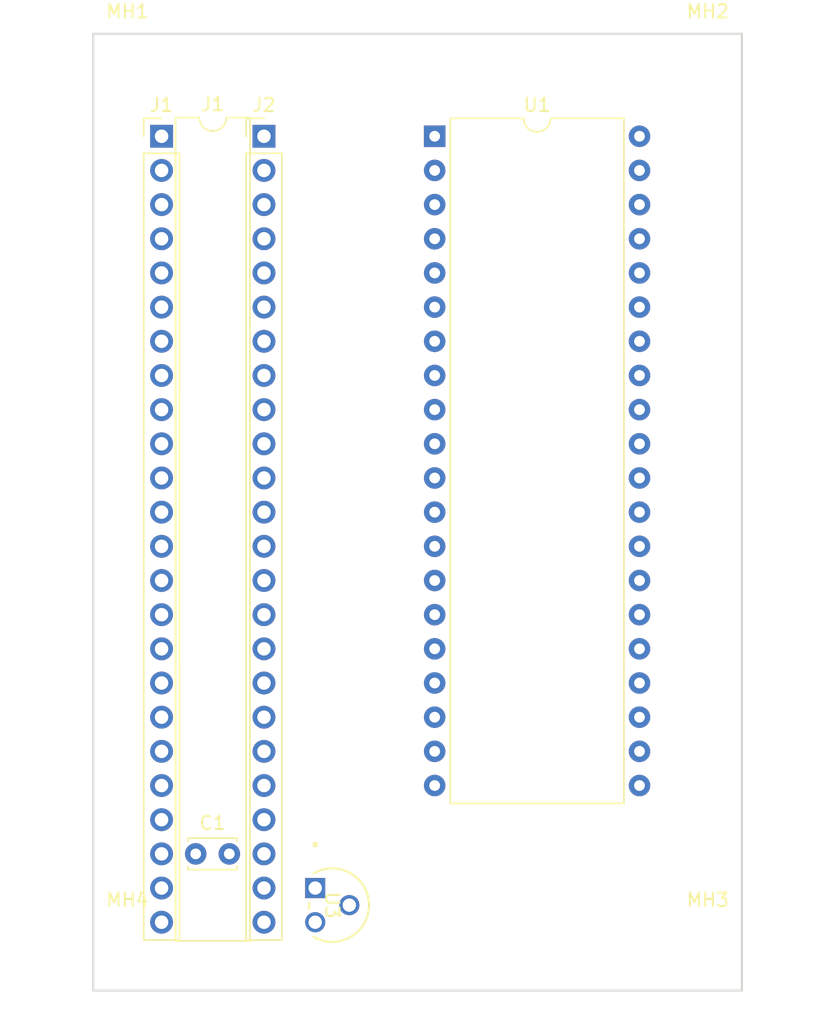
<source format=kicad_pcb>
(kicad_pcb (version 20221018) (generator pcbnew)
  (title_block (title "BionicMC6809E") (date "2024-03-16") (rev "4") (company "Tadashi G. Takaoka"))
  (layers (0 "F.Cu" signal) (31 "B.Cu" signal) (34 "B.Paste" user) (35 "F.Paste" user) (36 "B.SilkS" user "B.Silkscreen") (37 "F.SilkS" user "F.Silkscreen") (38 "B.Mask" user) (39 "F.Mask" user) (44 "Edge.Cuts" user))
  (net 0 "")
  (net 1 "VCC")
  (net 2 "GND")
  (net 3 "/P53")
  (net 5 "/P26")
  (net 7 "/P27")
  (net 8 "/P47")
  (net 9 "/P46")
  (net 12 "/P25")
  (net 13 "/P24")
  (net 14 "/P23")
  (net 15 "/P22")
  (net 16 "/P21")
  (net 17 "/P20")
  (net 18 "/P34")
  (net 20 "/P35")
  (net 21 "/P17")
  (net 22 "/P36")
  (net 23 "/P16")
  (net 25 "/P15")
  (net 26 "/P40")
  (net 27 "/P14")
  (net 28 "/P41")
  (net 29 "/P13")
  (net 30 "/P42")
  (net 31 "/P12")
  (net 32 "/P11")
  (net 33 "/P44")
  (net 34 "/P10")
  (net 35 "/P45")
  (net 36 "/P33")
  (net 37 "/P32")
  (net 38 "/P31")
  (net 39 "/P30")
  (net 40 "/P51")
  (net 41 "/P55")
  (net 42 "/P43")
  (net 43 "/P37")
  (net 44 "/P52")
  (net 45 "/P54")
  (net 46 "/P50")
  (net 48 "Net-(J2-P57)")
  (footprint "MountingHole:MountingHole_3.2mm_M3" (layer "F.Cu") (at 101 70)
    (fp_text reference "MH1" (at 0 -4.2) (layer "F.SilkS"))
    (fp_text value "MountingHole_3.2mm_M3" hide)
    (pad "" np_thru_hole circle (at 0 0) (size 3.2 3.2) (drill 3.2) (layers "*.Cu" "*.Mask"))
  )
  (footprint "MountingHole:MountingHole_3.2mm_M3" (layer "F.Cu") (at 144.18 70)
    (fp_text reference "MH2" (at 0 -4.2) (layer "F.SilkS"))
    (fp_text value "MountingHole_3.2mm_M3")
    (pad "" np_thru_hole circle (at 0 0) (size 3.2 3.2) (drill 3.2) (layers "*.Cu" "*.Mask"))
  )
  (footprint "MountingHole:MountingHole_3.2mm_M3" (layer "F.Cu") (at 144.18 136.04)
    (fp_text reference "MH3" (at 0 -4.2) (layer "F.SilkS"))
    (fp_text value "MountingHole_3.2mm_M3")
    (pad "" np_thru_hole circle (at 0 0) (size 3.2 3.2) (drill 3.2) (layers "*.Cu" "*.Mask"))
  )
  (footprint "MountingHole:MountingHole_3.2mm_M3" (layer "F.Cu") (at 101 136.04)
    (fp_text reference "MH4" (at 0 -4.2) (layer "F.SilkS"))
    (fp_text value "MountingHole_3.2mm_M3")
    (pad "" np_thru_hole circle (at 0 0) (size 3.2 3.2) (drill 3.2) (layers "*.Cu" "*.Mask"))
  )
  (footprint "Capacitor_THT:C_Disc_D3.4mm_W2.1mm_P2.50mm" (layer "F.Cu") (at 106.08 128.42)
    (fp_text reference "C1" (at 1.25 -2.3) (layer "F.SilkS"))
    (fp_text value "0.1u")
    (fp_line (start -0.57 -1.17) (end -0.57 -0.925) (stroke (width 0.12)) (layer "F.SilkS"))
    (fp_line (start -0.57 -1.17) (end 3.07 -1.17) (stroke (width 0.12)) (layer "F.SilkS"))
    (fp_line (start -0.57 0.925) (end -0.57 1.17) (stroke (width 0.12)) (layer "F.SilkS"))
    (fp_line (start -0.57 1.17) (end 3.07 1.17) (stroke (width 0.12)) (layer "F.SilkS"))
    (fp_line (start 3.07 -1.17) (end 3.07 -0.925) (stroke (width 0.12)) (layer "F.SilkS"))
    (fp_line (start 3.07 0.925) (end 3.07 1.17) (stroke (width 0.12)) (layer "F.SilkS"))
    (pad "1" thru_hole circle (at 0 0) (size 1.6 1.6) (drill 0.8) (layers "*.Cu" "*.Mask") (net 1 "VCC"))
    (pad "2" thru_hole circle (at 2.5 0) (size 1.6 1.6) (drill 0.8) (layers "*.Cu" "*.Mask") (net 2 "GND"))
  )
  (footprint "0-LocalLibrary:DIP-48_W7.62mm" (layer "F.Cu") (at 103.54 75.08)
    (fp_text reference "J1" (at 3.81 -2.39) (layer "F.SilkS"))
    (fp_text value "BionicConnector")
    (fp_line (start 1.04 -1.39) (end 1.04 39.49) (stroke (width 0.12)) (layer "F.SilkS"))
    (fp_line (start 1.04 18.93) (end 1.04 59.81) (stroke (width 0.12)) (layer "F.SilkS"))
    (fp_line (start 1.04 59.81) (end 6.58 59.81) (stroke (width 0.12)) (layer "F.SilkS"))
    (fp_line (start 2.81 -1.39) (end 1.04 -1.39) (stroke (width 0.12)) (layer "F.SilkS"))
    (fp_line (start 6.58 -1.39) (end 4.81 -1.39) (stroke (width 0.12)) (layer "F.SilkS"))
    (fp_line (start 6.58 39.49) (end 6.58 -1.39) (stroke (width 0.12)) (layer "F.SilkS"))
    (fp_line (start 6.58 59.81) (end 6.58 18.93) (stroke (width 0.12)) (layer "F.SilkS"))
    (fp_arc (start 4.81 -1.39) (mid 3.81 -0.39) (end 2.81 -1.39) (stroke (width 0.12)) (layer "F.SilkS"))
    (pad "1" thru_hole rect (at 0 0) (size 1.6 1.6) (drill 0.8) (layers "*.Cu" "*.Mask") (net 2 "GND"))
    (pad "2" thru_hole oval (at 0 2.54) (size 1.6 1.6) (drill 0.8) (layers "*.Cu" "*.Mask") (net 34 "/P10"))
    (pad "3" thru_hole oval (at 0 5.08) (size 1.6 1.6) (drill 0.8) (layers "*.Cu" "*.Mask") (net 32 "/P11"))
    (pad "4" thru_hole oval (at 0 7.62) (size 1.6 1.6) (drill 0.8) (layers "*.Cu" "*.Mask") (net 31 "/P12"))
    (pad "5" thru_hole oval (at 0 10.16) (size 1.6 1.6) (drill 0.8) (layers "*.Cu" "*.Mask") (net 29 "/P13"))
    (pad "6" thru_hole oval (at 0 12.7) (size 1.6 1.6) (drill 0.8) (layers "*.Cu" "*.Mask") (net 27 "/P14"))
    (pad "7" thru_hole oval (at 0 15.24) (size 1.6 1.6) (drill 0.8) (layers "*.Cu" "*.Mask") (net 25 "/P15"))
    (pad "8" thru_hole oval (at 0 17.78) (size 1.6 1.6) (drill 0.8) (layers "*.Cu" "*.Mask") (net 23 "/P16"))
    (pad "9" thru_hole oval (at 0 20.32) (size 1.6 1.6) (drill 0.8) (layers "*.Cu" "*.Mask") (net 21 "/P17"))
    (pad "10" thru_hole oval (at 0 22.86) (size 1.6 1.6) (drill 0.8) (layers "*.Cu" "*.Mask"))
    (pad "11" thru_hole oval (at 0 25.4) (size 1.6 1.6) (drill 0.8) (layers "*.Cu" "*.Mask") (net 39 "/P30"))
    (pad "12" thru_hole oval (at 0 27.94) (size 1.6 1.6) (drill 0.8) (layers "*.Cu" "*.Mask") (net 38 "/P31"))
    (pad "13" thru_hole oval (at 0 30.48) (size 1.6 1.6) (drill 0.8) (layers "*.Cu" "*.Mask") (net 37 "/P32"))
    (pad "14" thru_hole oval (at 0 33.02) (size 1.6 1.6) (drill 0.8) (layers "*.Cu" "*.Mask") (net 36 "/P33"))
    (pad "15" thru_hole oval (at 0 35.56) (size 1.6 1.6) (drill 0.8) (layers "*.Cu" "*.Mask") (net 18 "/P34"))
    (pad "16" thru_hole oval (at 0 38.1) (size 1.6 1.6) (drill 0.8) (layers "*.Cu" "*.Mask") (net 20 "/P35"))
    (pad "17" thru_hole oval (at 0 40.64) (size 1.6 1.6) (drill 0.8) (layers "*.Cu" "*.Mask") (net 22 "/P36"))
    (pad "18" thru_hole oval (at 0 43.18) (size 1.6 1.6) (drill 0.8) (layers "*.Cu" "*.Mask") (net 43 "/P37"))
    (pad "19" thru_hole oval (at 0 45.72) (size 1.6 1.6) (drill 0.8) (layers "*.Cu" "*.Mask"))
    (pad "20" thru_hole oval (at 0 48.26) (size 1.6 1.6) (drill 0.8) (layers "*.Cu" "*.Mask") (net 46 "/P50"))
    (pad "21" thru_hole oval (at 0 50.8) (size 1.6 1.6) (drill 0.8) (layers "*.Cu" "*.Mask") (net 40 "/P51"))
    (pad "22" thru_hole oval (at 0 53.34) (size 1.6 1.6) (drill 0.8) (layers "*.Cu" "*.Mask") (net 44 "/P52"))
    (pad "23" thru_hole oval (at 0 55.88) (size 1.6 1.6) (drill 0.8) (layers "*.Cu" "*.Mask") (net 3 "/P53"))
    (pad "24" thru_hole oval (at 0 58.42) (size 1.6 1.6) (drill 0.8) (layers "*.Cu" "*.Mask") (net 1 "VCC"))
    (pad "25" thru_hole oval (at 7.62 58.42) (size 1.6 1.6) (drill 0.8) (layers "*.Cu" "*.Mask") (net 1 "VCC"))
    (pad "26" thru_hole oval (at 7.62 55.88) (size 1.6 1.6) (drill 0.8) (layers "*.Cu" "*.Mask"))
    (pad "27" thru_hole oval (at 7.62 53.34) (size 1.6 1.6) (drill 0.8) (layers "*.Cu" "*.Mask"))
    (pad "28" thru_hole oval (at 7.62 50.8) (size 1.6 1.6) (drill 0.8) (layers "*.Cu" "*.Mask") (net 41 "/P55"))
    (pad "29" thru_hole oval (at 7.62 48.26) (size 1.6 1.6) (drill 0.8) (layers "*.Cu" "*.Mask") (net 45 "/P54"))
    (pad "30" thru_hole oval (at 7.62 45.72) (size 1.6 1.6) (drill 0.8) (layers "*.Cu" "*.Mask"))
    (pad "31" thru_hole oval (at 7.62 43.18) (size 1.6 1.6) (drill 0.8) (layers "*.Cu" "*.Mask") (net 8 "/P47"))
    (pad "32" thru_hole oval (at 7.62 40.64) (size 1.6 1.6) (drill 0.8) (layers "*.Cu" "*.Mask") (net 9 "/P46"))
    (pad "33" thru_hole oval (at 7.62 38.1) (size 1.6 1.6) (drill 0.8) (layers "*.Cu" "*.Mask") (net 35 "/P45"))
    (pad "34" thru_hole oval (at 7.62 35.56) (size 1.6 1.6) (drill 0.8) (layers "*.Cu" "*.Mask") (net 33 "/P44"))
    (pad "35" thru_hole oval (at 7.62 33.02) (size 1.6 1.6) (drill 0.8) (layers "*.Cu" "*.Mask") (net 42 "/P43"))
    (pad "36" thru_hole oval (at 7.62 30.48) (size 1.6 1.6) (drill 0.8) (layers "*.Cu" "*.Mask") (net 30 "/P42"))
    (pad "37" thru_hole oval (at 7.62 27.94) (size 1.6 1.6) (drill 0.8) (layers "*.Cu" "*.Mask") (net 28 "/P41"))
    (pad "38" thru_hole oval (at 7.62 25.4) (size 1.6 1.6) (drill 0.8) (layers "*.Cu" "*.Mask") (net 26 "/P40"))
    (pad "39" thru_hole oval (at 7.62 22.86) (size 1.6 1.6) (drill 0.8) (layers "*.Cu" "*.Mask"))
    (pad "40" thru_hole oval (at 7.62 20.32) (size 1.6 1.6) (drill 0.8) (layers "*.Cu" "*.Mask") (net 7 "/P27"))
    (pad "41" thru_hole oval (at 7.62 17.78) (size 1.6 1.6) (drill 0.8) (layers "*.Cu" "*.Mask") (net 5 "/P26"))
    (pad "42" thru_hole oval (at 7.62 15.24) (size 1.6 1.6) (drill 0.8) (layers "*.Cu" "*.Mask") (net 12 "/P25"))
    (pad "43" thru_hole oval (at 7.62 12.7) (size 1.6 1.6) (drill 0.8) (layers "*.Cu" "*.Mask") (net 13 "/P24"))
    (pad "44" thru_hole oval (at 7.62 10.16) (size 1.6 1.6) (drill 0.8) (layers "*.Cu" "*.Mask") (net 14 "/P23"))
    (pad "45" thru_hole oval (at 7.62 7.62) (size 1.6 1.6) (drill 0.8) (layers "*.Cu" "*.Mask") (net 15 "/P22"))
    (pad "46" thru_hole oval (at 7.62 5.08) (size 1.6 1.6) (drill 0.8) (layers "*.Cu" "*.Mask") (net 16 "/P21"))
    (pad "47" thru_hole oval (at 7.62 2.54) (size 1.6 1.6) (drill 0.8) (layers "*.Cu" "*.Mask") (net 17 "/P20"))
    (pad "48" thru_hole oval (at 7.62 0) (size 1.6 1.6) (drill 0.8) (layers "*.Cu" "*.Mask") (net 2 "GND"))
  )
  (footprint "Package_DIP:DIP-40_W15.24mm" (layer "F.Cu") (at 123.86 75.08)
    (fp_text reference "U1" (at 7.62 -2.33) (layer "F.SilkS"))
    (fp_text value "MC6809EP")
    (fp_line (start 1.16 -1.33) (end 1.16 49.59) (stroke (width 0.12)) (layer "F.SilkS"))
    (fp_line (start 1.16 49.59) (end 14.08 49.59) (stroke (width 0.12)) (layer "F.SilkS"))
    (fp_line (start 6.62 -1.33) (end 1.16 -1.33) (stroke (width 0.12)) (layer "F.SilkS"))
    (fp_line (start 14.08 -1.33) (end 8.62 -1.33) (stroke (width 0.12)) (layer "F.SilkS"))
    (fp_line (start 14.08 49.59) (end 14.08 -1.33) (stroke (width 0.12)) (layer "F.SilkS"))
    (fp_arc (start 8.62 -1.33) (mid 7.62 -0.33) (end 6.62 -1.33) (stroke (width 0.12)) (layer "F.SilkS"))
    (pad "1" thru_hole rect (at 0 0) (size 1.6 1.6) (drill 0.8) (layers "*.Cu" "*.Mask") (net 2 "GND"))
    (pad "2" thru_hole oval (at 0 2.54) (size 1.6 1.6) (drill 0.8) (layers "*.Cu" "*.Mask") (net 42 "/P43"))
    (pad "3" thru_hole oval (at 0 5.08) (size 1.6 1.6) (drill 0.8) (layers "*.Cu" "*.Mask") (net 30 "/P42"))
    (pad "4" thru_hole oval (at 0 7.62) (size 1.6 1.6) (drill 0.8) (layers "*.Cu" "*.Mask") (net 35 "/P45"))
    (pad "5" thru_hole oval (at 0 10.16) (size 1.6 1.6) (drill 0.8) (layers "*.Cu" "*.Mask") (net 40 "/P51"))
    (pad "6" thru_hole oval (at 0 12.7) (size 1.6 1.6) (drill 0.8) (layers "*.Cu" "*.Mask") (net 41 "/P55"))
    (pad "7" thru_hole oval (at 0 15.24) (size 1.6 1.6) (drill 0.8) (layers "*.Cu" "*.Mask") (net 1 "VCC"))
    (pad "8" thru_hole oval (at 0 17.78) (size 1.6 1.6) (drill 0.8) (layers "*.Cu" "*.Mask") (net 17 "/P20"))
    (pad "9" thru_hole oval (at 0 20.32) (size 1.6 1.6) (drill 0.8) (layers "*.Cu" "*.Mask") (net 16 "/P21"))
    (pad "10" thru_hole oval (at 0 22.86) (size 1.6 1.6) (drill 0.8) (layers "*.Cu" "*.Mask") (net 15 "/P22"))
    (pad "11" thru_hole oval (at 0 25.4) (size 1.6 1.6) (drill 0.8) (layers "*.Cu" "*.Mask") (net 14 "/P23"))
    (pad "12" thru_hole oval (at 0 27.94) (size 1.6 1.6) (drill 0.8) (layers "*.Cu" "*.Mask") (net 13 "/P24"))
    (pad "13" thru_hole oval (at 0 30.48) (size 1.6 1.6) (drill 0.8) (layers "*.Cu" "*.Mask") (net 12 "/P25"))
    (pad "14" thru_hole oval (at 0 33.02) (size 1.6 1.6) (drill 0.8) (layers "*.Cu" "*.Mask") (net 5 "/P26"))
    (pad "15" thru_hole oval (at 0 35.56) (size 1.6 1.6) (drill 0.8) (layers "*.Cu" "*.Mask") (net 7 "/P27"))
    (pad "16" thru_hole oval (at 0 38.1) (size 1.6 1.6) (drill 0.8) (layers "*.Cu" "*.Mask") (net 39 "/P30"))
    (pad "17" thru_hole oval (at 0 40.64) (size 1.6 1.6) (drill 0.8) (layers "*.Cu" "*.Mask") (net 38 "/P31"))
    (pad "18" thru_hole oval (at 0 43.18) (size 1.6 1.6) (drill 0.8) (layers "*.Cu" "*.Mask") (net 37 "/P32"))
    (pad "19" thru_hole oval (at 0 45.72) (size 1.6 1.6) (drill 0.8) (layers "*.Cu" "*.Mask") (net 36 "/P33"))
    (pad "20" thru_hole oval (at 0 48.26) (size 1.6 1.6) (drill 0.8) (layers "*.Cu" "*.Mask") (net 18 "/P34"))
    (pad "21" thru_hole oval (at 15.24 48.26) (size 1.6 1.6) (drill 0.8) (layers "*.Cu" "*.Mask") (net 20 "/P35"))
    (pad "22" thru_hole oval (at 15.24 45.72) (size 1.6 1.6) (drill 0.8) (layers "*.Cu" "*.Mask") (net 22 "/P36"))
    (pad "23" thru_hole oval (at 15.24 43.18) (size 1.6 1.6) (drill 0.8) (layers "*.Cu" "*.Mask") (net 43 "/P37"))
    (pad "24" thru_hole oval (at 15.24 40.64) (size 1.6 1.6) (drill 0.8) (layers "*.Cu" "*.Mask") (net 21 "/P17"))
    (pad "25" thru_hole oval (at 15.24 38.1) (size 1.6 1.6) (drill 0.8) (layers "*.Cu" "*.Mask") (net 23 "/P16"))
    (pad "26" thru_hole oval (at 15.24 35.56) (size 1.6 1.6) (drill 0.8) (layers "*.Cu" "*.Mask") (net 25 "/P15"))
    (pad "27" thru_hole oval (at 15.24 33.02) (size 1.6 1.6) (drill 0.8) (layers "*.Cu" "*.Mask") (net 27 "/P14"))
    (pad "28" thru_hole oval (at 15.24 30.48) (size 1.6 1.6) (drill 0.8) (layers "*.Cu" "*.Mask") (net 29 "/P13"))
    (pad "29" thru_hole oval (at 15.24 27.94) (size 1.6 1.6) (drill 0.8) (layers "*.Cu" "*.Mask") (net 31 "/P12"))
    (pad "30" thru_hole oval (at 15.24 25.4) (size 1.6 1.6) (drill 0.8) (layers "*.Cu" "*.Mask") (net 32 "/P11"))
    (pad "31" thru_hole oval (at 15.24 22.86) (size 1.6 1.6) (drill 0.8) (layers "*.Cu" "*.Mask") (net 34 "/P10"))
    (pad "32" thru_hole oval (at 15.24 20.32) (size 1.6 1.6) (drill 0.8) (layers "*.Cu" "*.Mask") (net 28 "/P41"))
    (pad "33" thru_hole oval (at 15.24 17.78) (size 1.6 1.6) (drill 0.8) (layers "*.Cu" "*.Mask") (net 33 "/P44"))
    (pad "34" thru_hole oval (at 15.24 15.24) (size 1.6 1.6) (drill 0.8) (layers "*.Cu" "*.Mask") (net 9 "/P46"))
    (pad "35" thru_hole oval (at 15.24 12.7) (size 1.6 1.6) (drill 0.8) (layers "*.Cu" "*.Mask") (net 8 "/P47"))
    (pad "36" thru_hole oval (at 15.24 10.16) (size 1.6 1.6) (drill 0.8) (layers "*.Cu" "*.Mask") (net 46 "/P50"))
    (pad "37" thru_hole oval (at 15.24 7.62) (size 1.6 1.6) (drill 0.8) (layers "*.Cu" "*.Mask") (net 3 "/P53"))
    (pad "38" thru_hole oval (at 15.24 5.08) (size 1.6 1.6) (drill 0.8) (layers "*.Cu" "*.Mask") (net 44 "/P52"))
    (pad "39" thru_hole oval (at 15.24 2.54) (size 1.6 1.6) (drill 0.8) (layers "*.Cu" "*.Mask") (net 45 "/P54"))
    (pad "40" thru_hole oval (at 15.24 0) (size 1.6 1.6) (drill 0.8) (layers "*.Cu" "*.Mask") (net 26 "/P40"))
  )
  (footprint "connector:Bionic-P245_Vertical" (layer "F.Cu") (at 111.16 75.08)
    (fp_text reference "J2" (at 0 -2.33) (layer "F.SilkS"))
    (fp_text value "Bionic-P245")
    (fp_line (start -1.33 -1.33) (end 0 -1.33) (stroke (width 0.12)) (layer "F.SilkS"))
    (fp_line (start -1.33 0) (end -1.33 -1.33) (stroke (width 0.12)) (layer "F.SilkS"))
    (fp_line (start -1.33 1.27) (end -1.33 59.75) (stroke (width 0.12)) (layer "F.SilkS"))
    (fp_line (start -1.33 1.27) (end 1.33 1.27) (stroke (width 0.12)) (layer "F.SilkS"))
    (fp_line (start -1.33 59.75) (end 1.33 59.75) (stroke (width 0.12)) (layer "F.SilkS"))
    (fp_line (start 1.33 1.27) (end 1.33 59.75) (stroke (width 0.12)) (layer "F.SilkS"))
    (pad "25" thru_hole oval (at 0 58.42) (size 1.7 1.7) (drill 1) (layers "*.Cu" "*.Mask") (net 1 "VCC"))
    (pad "26" thru_hole oval (at 0 55.88) (size 1.7 1.7) (drill 1) (layers "*.Cu" "*.Mask") (net 48 "Net-(J2-P57)"))
    (pad "27" thru_hole oval (at 0 53.34) (size 1.7 1.7) (drill 1) (layers "*.Cu" "*.Mask"))
    (pad "28" thru_hole oval (at 0 50.8) (size 1.7 1.7) (drill 1) (layers "*.Cu" "*.Mask") (net 41 "/P55"))
    (pad "29" thru_hole oval (at 0 48.26) (size 1.7 1.7) (drill 1) (layers "*.Cu" "*.Mask") (net 45 "/P54"))
    (pad "30" thru_hole oval (at 0 45.72) (size 1.7 1.7) (drill 1) (layers "*.Cu" "*.Mask"))
    (pad "31" thru_hole oval (at 0 43.18) (size 1.7 1.7) (drill 1) (layers "*.Cu" "*.Mask") (net 8 "/P47"))
    (pad "32" thru_hole oval (at 0 40.64) (size 1.7 1.7) (drill 1) (layers "*.Cu" "*.Mask") (net 9 "/P46"))
    (pad "33" thru_hole oval (at 0 38.1) (size 1.7 1.7) (drill 1) (layers "*.Cu" "*.Mask") (net 35 "/P45"))
    (pad "34" thru_hole oval (at 0 35.56) (size 1.7 1.7) (drill 1) (layers "*.Cu" "*.Mask") (net 33 "/P44"))
    (pad "35" thru_hole oval (at 0 33.02) (size 1.7 1.7) (drill 1) (layers "*.Cu" "*.Mask") (net 42 "/P43"))
    (pad "36" thru_hole oval (at 0 30.48) (size 1.7 1.7) (drill 1) (layers "*.Cu" "*.Mask") (net 30 "/P42"))
    (pad "37" thru_hole oval (at 0 27.94) (size 1.7 1.7) (drill 1) (layers "*.Cu" "*.Mask") (net 28 "/P41"))
    (pad "38" thru_hole oval (at 0 25.4) (size 1.7 1.7) (drill 1) (layers "*.Cu" "*.Mask") (net 26 "/P40"))
    (pad "39" thru_hole oval (at 0 22.86) (size 1.7 1.7) (drill 1) (layers "*.Cu" "*.Mask"))
    (pad "40" thru_hole oval (at 0 20.32) (size 1.7 1.7) (drill 1) (layers "*.Cu" "*.Mask") (net 7 "/P27"))
    (pad "41" thru_hole oval (at 0 17.78) (size 1.7 1.7) (drill 1) (layers "*.Cu" "*.Mask") (net 5 "/P26"))
    (pad "42" thru_hole oval (at 0 15.24) (size 1.7 1.7) (drill 1) (layers "*.Cu" "*.Mask") (net 12 "/P25"))
    (pad "43" thru_hole oval (at 0 12.7) (size 1.7 1.7) (drill 1) (layers "*.Cu" "*.Mask") (net 13 "/P24"))
    (pad "44" thru_hole oval (at 0 10.16) (size 1.7 1.7) (drill 1) (layers "*.Cu" "*.Mask") (net 14 "/P23"))
    (pad "45" thru_hole oval (at 0 7.62) (size 1.7 1.7) (drill 1) (layers "*.Cu" "*.Mask") (net 15 "/P22"))
    (pad "46" thru_hole oval (at 0 5.08) (size 1.7 1.7) (drill 1) (layers "*.Cu" "*.Mask") (net 16 "/P21"))
    (pad "47" thru_hole oval (at 0 2.54) (size 1.7 1.7) (drill 1) (layers "*.Cu" "*.Mask") (net 17 "/P20"))
    (pad "48" thru_hole rect (at 0 0) (size 1.7 1.7) (drill 1) (layers "*.Cu" "*.Mask") (net 2 "GND"))
  )
  (footprint "microchip:TO-92_MC_MCH" (layer "F.Cu") (at 114.97 130.96 -90)
    (fp_text reference "U3" (at 1.27 -1.27 -90 unlocked) (layer "F.SilkS"))
    (fp_text value "11AA010-I/TO")
    (fp_line (start 1.08204 0.4445) (end 1.553476 0.4445) (stroke (width 0.1524)) (layer "F.SilkS"))
    (fp_arc (start -1.08204 0.116917) (mid 0.551186 -3.904186) (end 4.0005 -1.27) (stroke (width 0.1524)) (layer "F.SilkS"))
    (fp_arc (start 4.0005 -1.269999) (mid 3.90215 -0.543764) (end 3.614184 0.130155) (stroke (width 0.1524)) (layer "F.SilkS"))
    (fp_circle (center -3.2385 0) (end -3.1115 0) (stroke (width 0.1524)) (fill none) (layer "F.SilkS"))
    (pad "1" thru_hole rect (at 0 0 270) (size 1.4986 1.4986) (drill 0.9906) (layers "*.Cu" "*.Mask") (net 2 "GND"))
    (pad "2" thru_hole circle (at 1.27 -2.54 270) (size 1.4986 1.4986) (drill 0.9906) (layers "*.Cu" "*.Mask") (net 48 "Net-(J2-P57)"))
    (pad "3" thru_hole circle (at 2.54 0 270) (size 1.4986 1.4986) (drill 0.9906) (layers "*.Cu" "*.Mask") (net 1 "VCC"))
  )
  (footprint "connector:Bionic-P135_Vertical" (layer "F.Cu") (at 103.54 75.08)
    (fp_text reference "J1" (at 0 -2.33) (layer "F.SilkS"))
    (fp_text value "Bionic-P135")
    (fp_line (start -1.33 -1.33) (end 0 -1.33) (stroke (width 0.12)) (layer "F.SilkS"))
    (fp_line (start -1.33 0) (end -1.33 -1.33) (stroke (width 0.12)) (layer "F.SilkS"))
    (fp_line (start -1.33 1.27) (end -1.33 59.75) (stroke (width 0.12)) (layer "F.SilkS"))
    (fp_line (start -1.33 1.27) (end 1.33 1.27) (stroke (width 0.12)) (layer "F.SilkS"))
    (fp_line (start -1.33 59.75) (end 1.33 59.75) (stroke (width 0.12)) (layer "F.SilkS"))
    (fp_line (start 1.33 1.27) (end 1.33 59.75) (stroke (width 0.12)) (layer "F.SilkS"))
    (pad "1" thru_hole rect (at 0 0) (size 1.7 1.7) (drill 1) (layers "*.Cu" "*.Mask") (net 2 "GND"))
    (pad "2" thru_hole oval (at 0 2.54) (size 1.7 1.7) (drill 1) (layers "*.Cu" "*.Mask") (net 34 "/P10"))
    (pad "3" thru_hole oval (at 0 5.08) (size 1.7 1.7) (drill 1) (layers "*.Cu" "*.Mask") (net 32 "/P11"))
    (pad "4" thru_hole oval (at 0 7.62) (size 1.7 1.7) (drill 1) (layers "*.Cu" "*.Mask") (net 31 "/P12"))
    (pad "5" thru_hole oval (at 0 10.16) (size 1.7 1.7) (drill 1) (layers "*.Cu" "*.Mask") (net 29 "/P13"))
    (pad "6" thru_hole oval (at 0 12.7) (size 1.7 1.7) (drill 1) (layers "*.Cu" "*.Mask") (net 27 "/P14"))
    (pad "7" thru_hole oval (at 0 15.24) (size 1.7 1.7) (drill 1) (layers "*.Cu" "*.Mask") (net 25 "/P15"))
    (pad "8" thru_hole oval (at 0 17.78) (size 1.7 1.7) (drill 1) (layers "*.Cu" "*.Mask") (net 23 "/P16"))
    (pad "9" thru_hole oval (at 0 20.32) (size 1.7 1.7) (drill 1) (layers "*.Cu" "*.Mask") (net 21 "/P17"))
    (pad "10" thru_hole oval (at 0 22.86) (size 1.7 1.7) (drill 1) (layers "*.Cu" "*.Mask"))
    (pad "11" thru_hole oval (at 0 25.4) (size 1.7 1.7) (drill 1) (layers "*.Cu" "*.Mask") (net 39 "/P30"))
    (pad "12" thru_hole oval (at 0 27.94) (size 1.7 1.7) (drill 1) (layers "*.Cu" "*.Mask") (net 38 "/P31"))
    (pad "13" thru_hole oval (at 0 30.48) (size 1.7 1.7) (drill 1) (layers "*.Cu" "*.Mask") (net 37 "/P32"))
    (pad "14" thru_hole oval (at 0 33.02) (size 1.7 1.7) (drill 1) (layers "*.Cu" "*.Mask") (net 36 "/P33"))
    (pad "15" thru_hole oval (at 0 35.56) (size 1.7 1.7) (drill 1) (layers "*.Cu" "*.Mask") (net 18 "/P34"))
    (pad "16" thru_hole oval (at 0 38.1) (size 1.7 1.7) (drill 1) (layers "*.Cu" "*.Mask") (net 20 "/P35"))
    (pad "17" thru_hole oval (at 0 40.64) (size 1.7 1.7) (drill 1) (layers "*.Cu" "*.Mask") (net 22 "/P36"))
    (pad "18" thru_hole oval (at 0 43.18) (size 1.7 1.7) (drill 1) (layers "*.Cu" "*.Mask") (net 43 "/P37"))
    (pad "19" thru_hole oval (at 0 45.72) (size 1.7 1.7) (drill 1) (layers "*.Cu" "*.Mask"))
    (pad "20" thru_hole oval (at 0 48.26) (size 1.7 1.7) (drill 1) (layers "*.Cu" "*.Mask") (net 46 "/P50"))
    (pad "21" thru_hole oval (at 0 50.8) (size 1.7 1.7) (drill 1) (layers "*.Cu" "*.Mask") (net 40 "/P51"))
    (pad "22" thru_hole oval (at 0 53.34) (size 1.7 1.7) (drill 1) (layers "*.Cu" "*.Mask") (net 44 "/P52"))
    (pad "23" thru_hole oval (at 0 55.88) (size 1.7 1.7) (drill 1) (layers "*.Cu" "*.Mask") (net 3 "/P53"))
    (pad "24" thru_hole oval (at 0 58.42) (size 1.7 1.7) (drill 1) (layers "*.Cu" "*.Mask") (net 1 "VCC"))
  )
  (gr_line (start 98.46 138.58) (end 98.46 67.46) (stroke (width 0.15)) (layer "Edge.Cuts"))
  (gr_line (start 146.72 138.58) (end 98.46 138.58) (stroke (width 0.15)) (layer "Edge.Cuts"))
  (gr_line (start 98.46 67.46) (end 146.72 67.46) (stroke (width 0.15)) (layer "Edge.Cuts"))
  (gr_line (start 146.72 67.46) (end 146.72 138.58) (stroke (width 0.15)) (layer "Edge.Cuts"))
)
</source>
